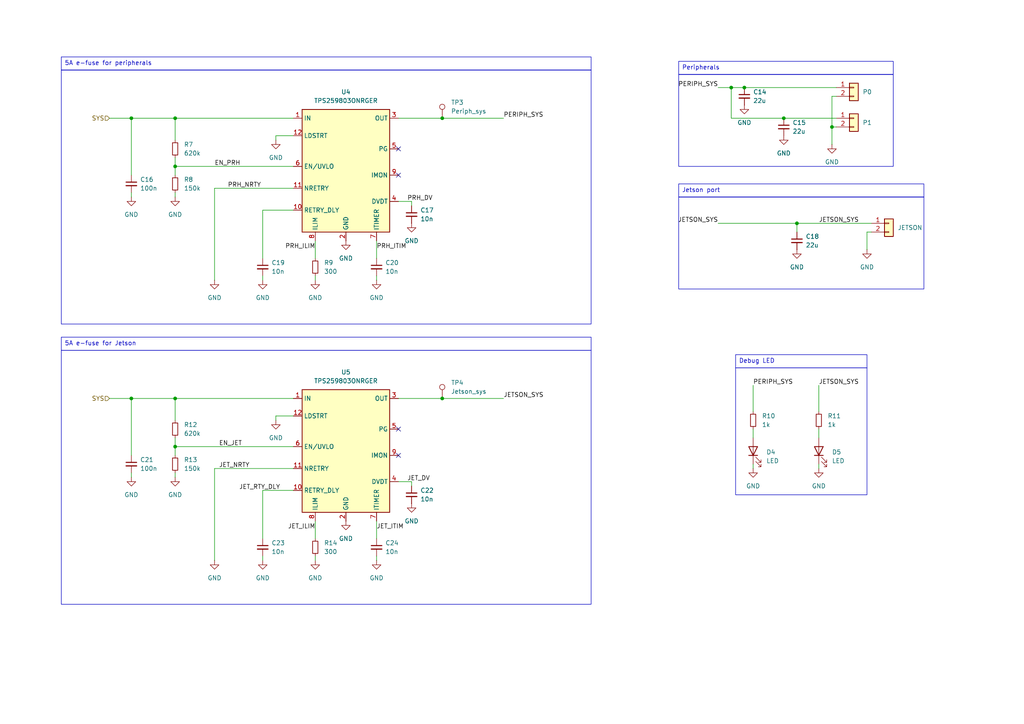
<source format=kicad_sch>
(kicad_sch (version 20231120) (generator "eeschema") (generator_version "8.0")
  (paper "A4")
  (title_block (date "2024-07-12"))
  (lib_symbols
    (symbol "Connector:TestPoint" (pin_numbers hide) (pin_names (offset 0.762) hide)
      (property "Reference" "TP" (at 0 6.858 0))
      (property "Value" "TestPoint" (at 0 5.08 0))
      (symbol "TestPoint_0_1"
        (circle (center 0 3.302) (radius 0.762))
      )
      (symbol "TestPoint_1_1"
        (pin passive line (at 0 0 90) (length 2.54) (name "1") (number "1"))
      )
    )
    (symbol "Connector_Generic:Conn_01x02" (pin_names (offset 1.016) hide)
      (property "Reference" "J" (at 0 2.54 0))
      (property "Value" "Conn_01x02" (at 0 -5.08 0))
      (symbol "Conn_01x02_1_1"
        (rectangle (start -1.27 -2.413) (end 0 -2.667) (stroke (width 0.1524)))
        (rectangle (start -1.27 0.127) (end 0 -0.127) (stroke (width 0.1524)))
        (rectangle (start -1.27 1.27) (end 1.27 -3.81) (stroke (width 0.254)) (fill (type background)))
        (pin passive line (at -5.08 0 0) (length 3.81) (name "Pin_1") (number "1"))
        (pin passive line (at -5.08 -2.54 0) (length 3.81) (name "Pin_2") (number "2"))
      )
    )
    (symbol "Device:C_Small" (pin_numbers hide) (pin_names (offset 0.254) hide)
      (property "Reference" "C" (at 0.254 1.778 0))
      (property "Value" "C_Small" (at 0.254 -2.032 0))
      (symbol "C_Small_0_1"
        (polyline (pts (xy -1.524 -0.508) (xy 1.524 -0.508)) (stroke (width 0.3302)))
        (polyline (pts (xy -1.524 0.508) (xy 1.524 0.508)) (stroke (width 0.3048)))
      )
      (symbol "C_Small_1_1"
        (pin passive line (at 0 2.54 270) (length 2.032) (name "~") (number "1"))
        (pin passive line (at 0 -2.54 90) (length 2.032) (name "~") (number "2"))
      )
    )
    (symbol "Device:LED" (pin_numbers hide) (pin_names (offset 1.016) hide)
      (property "Reference" "D" (at 0 2.54 0))
      (property "Value" "LED" (at 0 -2.54 0))
      (symbol "LED_0_1"
        (polyline (pts (xy -1.27 -1.27) (xy -1.27 1.27)) (stroke (width 0.254)))
        (polyline (pts (xy -1.27 0) (xy 1.27 0)))
        (polyline (pts (xy 1.27 -1.27) (xy 1.27 1.27) (xy -1.27 0) (xy 1.27 -1.27)) (stroke (width 0.254)))
        (polyline (pts (xy -3.048 -0.762) (xy -4.572 -2.286) (xy -3.81 -2.286) (xy -4.572 -2.286) (xy -4.572 -1.524)))
        (polyline (pts (xy -1.778 -0.762) (xy -3.302 -2.286) (xy -2.54 -2.286) (xy -3.302 -2.286) (xy -3.302 -1.524)))
      )
      (symbol "LED_1_1"
        (pin passive line (at -3.81 0 0) (length 2.54) (name "K") (number "1"))
        (pin passive line (at 3.81 0 180) (length 2.54) (name "A") (number "2"))
      )
    )
    (symbol "Device:R_Small" (pin_numbers hide) (pin_names (offset 0.254) hide)
      (property "Reference" "R" (at 0.762 0.508 0))
      (property "Value" "R_Small" (at 0.762 -1.016 0))
      (symbol "R_Small_0_1"
        (rectangle (start -0.762 1.778) (end 0.762 -1.778) (stroke (width 0.2032)))
      )
      (symbol "R_Small_1_1"
        (pin passive line (at 0 2.54 270) (length 0.762) (name "~") (number "1"))
        (pin passive line (at 0 -2.54 90) (length 0.762) (name "~") (number "2"))
      )
    )
    (symbol "TPS259803ONRGER:TPS259803ONRGER"
      (property "Reference" "IC" (at 13.97 22.86 0))
      (property "Value" "TPS259803ONRGER" (at 13.97 20.32 0))
      (symbol "TPS259803ONRGER_1_1"
        (rectangle (start -12.7 17.78) (end 12.7 -17.78) (stroke (width 0.254)) (fill (type background)))
        (pin passive line (at -15.24 15.24 0) (length 2.54) (name "IN") (number "1"))
        (pin passive line (at -15.24 -11.43 0) (length 2.54) (name "RETRY_DLY") (number "10"))
        (pin passive line (at -15.24 -5.08 0) (length 2.54) (name "NRETRY") (number "11"))
        (pin passive line (at -15.24 10.16 0) (length 2.54) (name "LDSTRT") (number "12"))
        (pin passive line (at 0 -20.32 90) (length 2.54) (name "GND") (number "2"))
        (pin passive line (at 15.24 15.24 180) (length 2.54) (name "OUT") (number "3"))
        (pin passive line (at 15.24 -8.89 180) (length 2.54) (name "DVDT") (number "4"))
        (pin passive line (at 15.24 6.35 180) (length 2.54) (name "PG") (number "5"))
        (pin passive line (at -15.24 1.27 0) (length 2.54) (name "EN/UVLO") (number "6"))
        (pin passive line (at 8.89 -20.32 90) (length 2.54) (name "ITIMER") (number "7"))
        (pin passive line (at -8.89 -20.32 90) (length 2.54) (name "ILIM") (number "8"))
        (pin passive line (at 15.24 -1.27 180) (length 2.54) (name "IMON") (number "9"))
      )
    )
    (symbol "power:GND" (power) (pin_numbers hide) (pin_names (offset 0) hide)
      (property "Value" "GND" (at 0 -3.81 0))
      (symbol "GND_0_1"
        (polyline (pts (xy 0 0) (xy 0 -1.27) (xy 1.27 -1.27) (xy 0 -2.54) (xy -1.27 -1.27) (xy 0 -1.27)))
      )
      (symbol "GND_1_1"
        (pin power_in line (at 0 0 270) (length 0) (name "~") (number "1"))
      )
    )
  )
  (junction (at 215.9 25.4))
  (junction (at 128.27 115.57))
  (junction (at 241.3 36.83))
  (junction (at 128.27 34.29))
  (junction (at 212.09 25.4))
  (junction (at 50.8 115.57))
  (junction (at 50.8 48.26))
  (junction (at 227.33 34.29))
  (junction (at 231.14 64.77))
  (junction (at 38.1 34.29))
  (junction (at 50.8 129.54))
  (junction (at 50.8 34.29))
  (junction (at 38.1 115.57))
  (no_connect (at 115.57 124.46))
  (no_connect (at 115.57 132.08))
  (no_connect (at 115.57 50.8))
  (no_connect (at 115.57 43.18))
  (wire (pts (xy 80.01 39.37) (xy 85.09 39.37)))
  (wire (pts (xy 85.09 60.96) (xy 76.2 60.96)))
  (wire (pts (xy 119.38 58.42) (xy 115.57 58.42)))
  (wire (pts (xy 38.1 115.57) (xy 38.1 132.08)))
  (wire (pts (xy 119.38 139.7) (xy 115.57 139.7)))
  (wire (pts (xy 109.22 161.29) (xy 109.22 162.56)))
  (wire (pts (xy 50.8 48.26) (xy 50.8 50.8)))
  (wire (pts (xy 31.75 115.57) (xy 38.1 115.57)))
  (wire (pts (xy 76.2 80.01) (xy 76.2 81.28)))
  (wire (pts (xy 109.22 151.13) (xy 109.22 156.21)))
  (wire (pts (xy 62.23 135.89) (xy 62.23 162.56)))
  (wire (pts (xy 231.14 64.77) (xy 252.73 64.77)))
  (wire (pts (xy 91.44 69.85) (xy 91.44 74.93)))
  (wire (pts (xy 76.2 161.29) (xy 76.2 162.56)))
  (wire (pts (xy 31.75 34.29) (xy 38.1 34.29)))
  (wire (pts (xy 115.57 115.57) (xy 128.27 115.57)))
  (wire (pts (xy 241.3 27.94) (xy 241.3 36.83)))
  (wire (pts (xy 218.44 124.46) (xy 218.44 127)))
  (wire (pts (xy 212.09 34.29) (xy 227.33 34.29)))
  (wire (pts (xy 241.3 36.83) (xy 241.3 41.91)))
  (wire (pts (xy 237.49 134.62) (xy 237.49 135.89)))
  (wire (pts (xy 91.44 161.29) (xy 91.44 162.56)))
  (wire (pts (xy 119.38 59.69) (xy 119.38 58.42)))
  (wire (pts (xy 50.8 45.72) (xy 50.8 48.26)))
  (wire (pts (xy 38.1 137.16) (xy 38.1 138.43)))
  (wire (pts (xy 231.14 64.77) (xy 231.14 67.31)))
  (wire (pts (xy 212.09 34.29) (xy 212.09 25.4)))
  (wire (pts (xy 109.22 69.85) (xy 109.22 74.93)))
  (wire (pts (xy 218.44 111.76) (xy 218.44 119.38)))
  (wire (pts (xy 128.27 115.57) (xy 146.05 115.57)))
  (wire (pts (xy 50.8 115.57) (xy 50.8 121.92)))
  (wire (pts (xy 50.8 48.26) (xy 85.09 48.26)))
  (wire (pts (xy 218.44 134.62) (xy 218.44 135.89)))
  (wire (pts (xy 85.09 142.24) (xy 76.2 142.24)))
  (wire (pts (xy 109.22 80.01) (xy 109.22 81.28)))
  (wire (pts (xy 80.01 121.92) (xy 80.01 120.65)))
  (wire (pts (xy 208.28 64.77) (xy 231.14 64.77)))
  (wire (pts (xy 227.33 34.29) (xy 242.57 34.29)))
  (wire (pts (xy 62.23 54.61) (xy 62.23 81.28)))
  (wire (pts (xy 80.01 39.37) (xy 80.01 40.64)))
  (wire (pts (xy 251.46 72.39) (xy 251.46 67.31)))
  (wire (pts (xy 91.44 151.13) (xy 91.44 156.21)))
  (wire (pts (xy 251.46 67.31) (xy 252.73 67.31)))
  (wire (pts (xy 50.8 55.88) (xy 50.8 57.15)))
  (wire (pts (xy 76.2 60.96) (xy 76.2 74.93)))
  (wire (pts (xy 38.1 34.29) (xy 50.8 34.29)))
  (wire (pts (xy 215.9 25.4) (xy 242.57 25.4)))
  (wire (pts (xy 38.1 34.29) (xy 38.1 50.8)))
  (wire (pts (xy 62.23 135.89) (xy 85.09 135.89)))
  (wire (pts (xy 212.09 25.4) (xy 215.9 25.4)))
  (wire (pts (xy 50.8 34.29) (xy 50.8 40.64)))
  (wire (pts (xy 50.8 129.54) (xy 50.8 132.08)))
  (wire (pts (xy 62.23 54.61) (xy 85.09 54.61)))
  (wire (pts (xy 50.8 34.29) (xy 85.09 34.29)))
  (wire (pts (xy 119.38 140.97) (xy 119.38 139.7)))
  (wire (pts (xy 115.57 34.29) (xy 128.27 34.29)))
  (wire (pts (xy 50.8 115.57) (xy 85.09 115.57)))
  (wire (pts (xy 50.8 137.16) (xy 50.8 138.43)))
  (wire (pts (xy 76.2 142.24) (xy 76.2 156.21)))
  (wire (pts (xy 91.44 80.01) (xy 91.44 81.28)))
  (wire (pts (xy 80.01 120.65) (xy 85.09 120.65)))
  (wire (pts (xy 50.8 129.54) (xy 85.09 129.54)))
  (wire (pts (xy 50.8 127) (xy 50.8 129.54)))
  (wire (pts (xy 208.28 25.4) (xy 212.09 25.4)))
  (wire (pts (xy 242.57 36.83) (xy 241.3 36.83)))
  (wire (pts (xy 237.49 111.76) (xy 237.49 119.38)))
  (wire (pts (xy 38.1 55.88) (xy 38.1 57.15)))
  (wire (pts (xy 242.57 27.94) (xy 241.3 27.94)))
  (wire (pts (xy 128.27 34.29) (xy 146.05 34.29)))
  (wire (pts (xy 237.49 124.46) (xy 237.49 127)))
  (wire (pts (xy 38.1 115.57) (xy 50.8 115.57)))
  (rectangle (start 17.78 101.6) (end 171.45 175.26))
  (rectangle (start 213.36 106.68) (end 251.46 143.51))
  (rectangle (start 196.85 21.59) (end 259.08 48.26))
  (rectangle (start 196.85 57.15) (end 267.97 83.82))
  (rectangle (start 17.78 20.32) (end 171.45 93.98))
  (text_box "5A e-fuse for Jetson" (at 17.78 97.79 0) (size 153.67 3.81) (effects (font (size 1.27 1.27)) (justify left top)))
  (text_box "5A e-fuse for peripherals" (at 17.78 16.51 0) (size 153.67 3.81) (effects (font (size 1.27 1.27)) (justify left top)))
  (text_box "Peripherals" (at 196.85 17.78 0) (size 62.23 3.81) (effects (font (size 1.27 1.27)) (justify left top)))
  (text_box "Debug LED" (at 213.36 102.87 0) (size 38.1 3.81) (effects (font (size 1.27 1.27)) (justify left top)))
  (text_box "Jetson port" (at 196.85 53.34 0) (size 71.12 3.81) (effects (font (size 1.27 1.27)) (justify left top)))
  (label "EN_JET" (at 63.5 129.54 0))
  (label "JETSON_SYS" (at 237.49 111.76 0))
  (label "JET_RTY_DLY" (at 81.28 142.24 180))
  (label "JETSON_SYS" (at 208.28 64.77 180))
  (label "PERIPH_SYS" (at 146.05 34.29 0))
  (label "JETSON_SYS" (at 146.05 115.57 0))
  (label "JET_ILIM" (at 91.44 153.67 180))
  (label "PRH_ILIM" (at 91.44 72.39 180))
  (label "PRH_DV" (at 118.11 58.42 0))
  (label "PERIPH_SYS" (at 218.44 111.76 0))
  (label "PERIPH_SYS" (at 208.28 25.4 180))
  (label "EN_PRH" (at 62.23 48.26 0))
  (label "PRH_ITIM" (at 109.22 72.39 0))
  (label "JET_NRTY" (at 63.5 135.89 0))
  (label "JET_DV" (at 118.11 139.7 0))
  (label "JETSON_SYS" (at 237.49 64.77 0))
  (label "JET_ITIM" (at 109.22 153.67 0))
  (label "PRH_NRTY" (at 66.04 54.61 0))
  (hierarchical_label "SYS" (shape input) (at 31.75 115.57 180))
  (hierarchical_label "SYS" (shape input) (at 31.75 34.29 180))
  (symbol (lib_id "Device:R_Small") (at 50.8 53.34 0) (unit 1)
    (property "Reference" "R8" (at 53.34 52.0699 0) (effects (justify left)))
    (property "Value" "150k" (at 53.34 54.6099 0) (effects (justify left)))
    (property "Footprint" "Resistor_SMD:R_0805_2012Metric" (effects (hide yes)))
    (property "Description" "Resistor, small symbol" (effects (hide yes)))
  )
  (symbol (lib_id "TPS259803ONRGER:TPS259803ONRGER") (at 100.33 130.81 0) (unit 1)
    (property "Reference" "U5" (at 100.33 107.95 0))
    (property "Value" "TPS259803ONRGER" (at 100.33 110.49 0))
    (property "Footprint" "power_board:TPS259803ONRGER" (effects (hide yes)))
    (property "Datasheet" "https://www.ti.com/lit/gpn/TPS25980" (effects (hide yes)))
    (property "Description" "TPS25980 2.7 24 V 8 A 3 m u03A9 Smart eFuse Integrated Hot swap Protection With Adjustable Transient Fault Management" (effects (hide yes)))
    (property "Height" "1" (effects (hide yes)))
    (property "Mouser Part Number" "595-TPS259803ONRGER" (effects (hide yes)))
    (property "Mouser Price/Stock" "https://www.mouser.co.uk/ProductDetail/Texas-Instruments/TPS259803ONRGER?qs=hWgE7mdIu5RnI15clveS5Q%3D%3D" (effects (hide yes)))
    (property "Manufacturer_Name" "Texas Instruments" (effects (hide yes)))
    (property "Manufacturer_Part_Number" "TPS259803ONRGER" (effects (hide yes)))
  )
  (symbol (lib_id "Connector_Generic:Conn_01x02") (at 247.65 34.29 0) (unit 1)
    (property "Reference" "J8" (effects (hide yes)))
    (property "Value" "P1" (at 250.19 35.5599 0) (effects (justify left)))
    (property "Footprint" "TerminalBlock:TerminalBlock_bornier-2_P5.08mm" (effects (hide yes)))
    (property "Description" "Generic connector, single row, 01x02, script generated (kicad-library-utils/schlib/autogen/connector/)" (effects (hide yes)))
  )
  (symbol (lib_id "power:GND") (at 62.23 81.28 0) (unit 1)
    (property "Reference" "#PWR036" (effects (hide yes)))
    (property "Value" "GND" (at 62.23 86.36 0))
    (property "Description" "Power symbol creates a global label with name \"GND\" , ground" (effects (hide yes)))
  )
  (symbol (lib_id "Device:C_Small") (at 215.9 27.94 0) (unit 1)
    (property "Reference" "C14" (at 218.44 26.6762 0) (effects (justify left)))
    (property "Value" "22u" (at 218.44 29.2162 0) (effects (justify left)))
    (property "Footprint" "Capacitor_SMD:C_0805_2012Metric" (effects (hide yes)))
    (property "Description" "Unpolarized capacitor, small symbol" (effects (hide yes)))
  )
  (symbol (lib_id "power:GND") (at 241.3 41.91 0) (unit 1)
    (property "Reference" "#PWR029" (effects (hide yes)))
    (property "Value" "GND" (at 241.3 46.99 0))
    (property "Description" "Power symbol creates a global label with name \"GND\" , ground" (effects (hide yes)))
  )
  (symbol (lib_id "Device:R_Small") (at 218.44 121.92 0) (unit 1)
    (property "Reference" "R10" (at 220.98 120.6499 0) (effects (justify left)))
    (property "Value" "1k" (at 220.98 123.1899 0) (effects (justify left)))
    (property "Footprint" "Resistor_SMD:R_0805_2012Metric" (effects (hide yes)))
    (property "Description" "Resistor, small symbol" (effects (hide yes)))
  )
  (symbol (lib_id "power:GND") (at 119.38 64.77 0) (unit 1)
    (property "Reference" "#PWR032" (effects (hide yes)))
    (property "Value" "GND" (at 119.38 69.85 0))
    (property "Description" "Power symbol creates a global label with name \"GND\" , ground" (effects (hide yes)))
  )
  (symbol (lib_id "Connector_Generic:Conn_01x02") (at 247.65 25.4 0) (unit 1)
    (property "Reference" "J7" (effects (hide yes)))
    (property "Value" "P0" (at 250.19 26.6699 0) (effects (justify left)))
    (property "Footprint" "TerminalBlock:TerminalBlock_bornier-2_P5.08mm" (effects (hide yes)))
    (property "Description" "Generic connector, single row, 01x02, script generated (kicad-library-utils/schlib/autogen/connector/)" (effects (hide yes)))
  )
  (symbol (lib_id "Device:LED") (at 237.49 130.81 90) (unit 1)
    (property "Reference" "D5" (at 241.3 131.1274 90) (effects (justify right)))
    (property "Value" "LED" (at 241.3 133.6674 90) (effects (justify right)))
    (property "Footprint" "LED_SMD:LED_0805_2012Metric" (effects (hide yes)))
    (property "Description" "Light emitting diode" (effects (hide yes)))
  )
  (symbol (lib_id "power:GND") (at 80.01 40.64 0) (unit 1)
    (property "Reference" "#PWR028" (effects (hide yes)))
    (property "Value" "GND" (at 80.01 45.72 0))
    (property "Description" "Power symbol creates a global label with name \"GND\" , ground" (effects (hide yes)))
  )
  (symbol (lib_id "power:GND") (at 80.01 121.92 0) (unit 1)
    (property "Reference" "#PWR040" (effects (hide yes)))
    (property "Value" "GND" (at 80.01 127 0))
    (property "Description" "Power symbol creates a global label with name \"GND\" , ground" (effects (hide yes)))
  )
  (symbol (lib_id "power:GND") (at 100.33 69.85 0) (unit 1)
    (property "Reference" "#PWR033" (effects (hide yes)))
    (property "Value" "GND" (at 100.33 74.93 0))
    (property "Description" "Power symbol creates a global label with name \"GND\" , ground" (effects (hide yes)))
  )
  (symbol (lib_id "Device:C_Small") (at 109.22 158.75 0) (unit 1)
    (property "Reference" "C24" (at 111.76 157.4862 0) (effects (justify left)))
    (property "Value" "10n" (at 111.76 160.0262 0) (effects (justify left)))
    (property "Footprint" "Capacitor_SMD:C_0805_2012Metric" (effects (hide yes)))
    (property "Description" "Unpolarized capacitor, small symbol" (effects (hide yes)))
  )
  (symbol (lib_id "Connector_Generic:Conn_01x02") (at 257.81 64.77 0) (unit 1)
    (property "Reference" "J9" (effects (hide yes)))
    (property "Value" "JETSON" (at 260.35 66.0399 0) (effects (justify left)))
    (property "Footprint" "TerminalBlock:TerminalBlock_bornier-2_P5.08mm" (effects (hide yes)))
    (property "Description" "Generic connector, single row, 01x02, script generated (kicad-library-utils/schlib/autogen/connector/)" (effects (hide yes)))
  )
  (symbol (lib_id "power:GND") (at 109.22 81.28 0) (unit 1)
    (property "Reference" "#PWR039" (effects (hide yes)))
    (property "Value" "GND" (at 109.22 86.36 0))
    (property "Description" "Power symbol creates a global label with name \"GND\" , ground" (effects (hide yes)))
  )
  (symbol (lib_id "Device:R_Small") (at 237.49 121.92 0) (unit 1)
    (property "Reference" "R11" (at 240.03 120.6499 0) (effects (justify left)))
    (property "Value" "1k" (at 240.03 123.1899 0) (effects (justify left)))
    (property "Footprint" "Resistor_SMD:R_0805_2012Metric" (effects (hide yes)))
    (property "Description" "Resistor, small symbol" (effects (hide yes)))
  )
  (symbol (lib_id "Connector:TestPoint") (at 128.27 34.29 0) (unit 1)
    (property "Reference" "TP3" (at 130.81 29.7179 0) (effects (justify left)))
    (property "Value" "Periph_sys" (at 130.81 32.2579 0) (effects (justify left)))
    (property "Footprint" "TestPoint:TestPoint_Pad_D1.0mm" (effects (hide yes)))
    (property "Description" "test point" (effects (hide yes)))
  )
  (symbol (lib_id "Device:LED") (at 218.44 130.81 90) (unit 1)
    (property "Reference" "D4" (at 222.25 131.1274 90) (effects (justify right)))
    (property "Value" "LED" (at 222.25 133.6674 90) (effects (justify right)))
    (property "Footprint" "LED_SMD:LED_0805_2012Metric" (effects (hide yes)))
    (property "Description" "Light emitting diode" (effects (hide yes)))
  )
  (symbol (lib_id "Device:C_Small") (at 38.1 53.34 0) (unit 1)
    (property "Reference" "C16" (at 40.64 52.0762 0) (effects (justify left)))
    (property "Value" "100n" (at 40.64 54.6162 0) (effects (justify left)))
    (property "Footprint" "Capacitor_SMD:C_0805_2012Metric" (effects (hide yes)))
    (property "Description" "Unpolarized capacitor, small symbol" (effects (hide yes)))
  )
  (symbol (lib_id "power:GND") (at 91.44 81.28 0) (unit 1)
    (property "Reference" "#PWR038" (effects (hide yes)))
    (property "Value" "GND" (at 91.44 86.36 0))
    (property "Description" "Power symbol creates a global label with name \"GND\" , ground" (effects (hide yes)))
  )
  (symbol (lib_id "power:GND") (at 218.44 135.89 0) (unit 1)
    (property "Reference" "#PWR041" (effects (hide yes)))
    (property "Value" "GND" (at 218.44 140.97 0))
    (property "Description" "Power symbol creates a global label with name \"GND\" , ground" (effects (hide yes)))
  )
  (symbol (lib_id "Device:R_Small") (at 50.8 43.18 0) (unit 1)
    (property "Reference" "R7" (at 53.34 41.9099 0) (effects (justify left)))
    (property "Value" "620k" (at 53.34 44.4499 0) (effects (justify left)))
    (property "Footprint" "Resistor_SMD:R_0805_2012Metric" (effects (hide yes)))
    (property "Description" "Resistor, small symbol" (effects (hide yes)))
  )
  (symbol (lib_id "Device:C_Small") (at 109.22 77.47 0) (unit 1)
    (property "Reference" "C20" (at 111.76 76.2062 0) (effects (justify left)))
    (property "Value" "10n" (at 111.76 78.7462 0) (effects (justify left)))
    (property "Footprint" "Capacitor_SMD:C_0805_2012Metric" (effects (hide yes)))
    (property "Description" "Unpolarized capacitor, small symbol" (effects (hide yes)))
  )
  (symbol (lib_id "power:GND") (at 215.9 30.48 0) (unit 1)
    (property "Reference" "#PWR026" (effects (hide yes)))
    (property "Value" "GND" (at 215.9 35.56 0))
    (property "Description" "Power symbol creates a global label with name \"GND\" , ground" (effects (hide yes)))
  )
  (symbol (lib_id "power:GND") (at 50.8 57.15 0) (unit 1)
    (property "Reference" "#PWR031" (effects (hide yes)))
    (property "Value" "GND" (at 50.8 62.23 0))
    (property "Description" "Power symbol creates a global label with name \"GND\" , ground" (effects (hide yes)))
  )
  (symbol (lib_id "Device:C_Small") (at 76.2 158.75 0) (unit 1)
    (property "Reference" "C23" (at 78.74 157.4862 0) (effects (justify left)))
    (property "Value" "10n" (at 78.74 160.0262 0) (effects (justify left)))
    (property "Footprint" "Capacitor_SMD:C_0805_2012Metric" (effects (hide yes)))
    (property "Description" "Unpolarized capacitor, small symbol" (effects (hide yes)))
  )
  (symbol (lib_id "Device:C_Small") (at 38.1 134.62 0) (unit 1)
    (property "Reference" "C21" (at 40.64 133.3562 0) (effects (justify left)))
    (property "Value" "100n" (at 40.64 135.8962 0) (effects (justify left)))
    (property "Footprint" "Capacitor_SMD:C_0805_2012Metric" (effects (hide yes)))
    (property "Description" "Unpolarized capacitor, small symbol" (effects (hide yes)))
  )
  (symbol (lib_id "power:GND") (at 109.22 162.56 0) (unit 1)
    (property "Reference" "#PWR050" (effects (hide yes)))
    (property "Value" "GND" (at 109.22 167.64 0))
    (property "Description" "Power symbol creates a global label with name \"GND\" , ground" (effects (hide yes)))
  )
  (symbol (lib_id "Device:R_Small") (at 50.8 134.62 0) (unit 1)
    (property "Reference" "R13" (at 53.34 133.3499 0) (effects (justify left)))
    (property "Value" "150k" (at 53.34 135.8899 0) (effects (justify left)))
    (property "Footprint" "Resistor_SMD:R_0805_2012Metric" (effects (hide yes)))
    (property "Description" "Resistor, small symbol" (effects (hide yes)))
  )
  (symbol (lib_id "Device:C_Small") (at 231.14 69.85 0) (unit 1)
    (property "Reference" "C18" (at 233.68 68.5862 0) (effects (justify left)))
    (property "Value" "22u" (at 233.68 71.1262 0) (effects (justify left)))
    (property "Footprint" "Capacitor_SMD:C_0805_2012Metric" (effects (hide yes)))
    (property "Description" "Unpolarized capacitor, small symbol" (effects (hide yes)))
  )
  (symbol (lib_id "power:GND") (at 91.44 162.56 0) (unit 1)
    (property "Reference" "#PWR049" (effects (hide yes)))
    (property "Value" "GND" (at 91.44 167.64 0))
    (property "Description" "Power symbol creates a global label with name \"GND\" , ground" (effects (hide yes)))
  )
  (symbol (lib_id "power:GND") (at 50.8 138.43 0) (unit 1)
    (property "Reference" "#PWR044" (effects (hide yes)))
    (property "Value" "GND" (at 50.8 143.51 0))
    (property "Description" "Power symbol creates a global label with name \"GND\" , ground" (effects (hide yes)))
  )
  (symbol (lib_id "TPS259803ONRGER:TPS259803ONRGER") (at 100.33 49.53 0) (unit 1)
    (property "Reference" "U4" (at 100.33 26.67 0))
    (property "Value" "TPS259803ONRGER" (at 100.33 29.21 0))
    (property "Footprint" "power_board:TPS259803ONRGER" (effects (hide yes)))
    (property "Datasheet" "https://www.ti.com/lit/gpn/TPS25980" (effects (hide yes)))
    (property "Description" "TPS25980 2.7 24 V 8 A 3 m u03A9 Smart eFuse Integrated Hot swap Protection With Adjustable Transient Fault Management" (effects (hide yes)))
    (property "Height" "1" (effects (hide yes)))
    (property "Mouser Part Number" "595-TPS259803ONRGER" (effects (hide yes)))
    (property "Mouser Price/Stock" "https://www.mouser.co.uk/ProductDetail/Texas-Instruments/TPS259803ONRGER?qs=hWgE7mdIu5RnI15clveS5Q%3D%3D" (effects (hide yes)))
    (property "Manufacturer_Name" "Texas Instruments" (effects (hide yes)))
    (property "Manufacturer_Part_Number" "TPS259803ONRGER" (effects (hide yes)))
  )
  (symbol (lib_id "power:GND") (at 62.23 162.56 0) (unit 1)
    (property "Reference" "#PWR047" (effects (hide yes)))
    (property "Value" "GND" (at 62.23 167.64 0))
    (property "Description" "Power symbol creates a global label with name \"GND\" , ground" (effects (hide yes)))
  )
  (symbol (lib_id "power:GND") (at 38.1 138.43 0) (unit 1)
    (property "Reference" "#PWR043" (effects (hide yes)))
    (property "Value" "GND" (at 38.1 143.51 0))
    (property "Description" "Power symbol creates a global label with name \"GND\" , ground" (effects (hide yes)))
  )
  (symbol (lib_id "Device:R_Small") (at 91.44 77.47 0) (unit 1)
    (property "Reference" "R9" (at 93.98 76.1999 0) (effects (justify left)))
    (property "Value" "300" (at 93.98 78.7399 0) (effects (justify left)))
    (property "Footprint" "Resistor_SMD:R_0805_2012Metric" (effects (hide yes)))
    (property "Description" "Resistor, small symbol" (effects (hide yes)))
  )
  (symbol (lib_id "Device:R_Small") (at 50.8 124.46 0) (unit 1)
    (property "Reference" "R12" (at 53.34 123.1899 0) (effects (justify left)))
    (property "Value" "620k" (at 53.34 125.7299 0) (effects (justify left)))
    (property "Footprint" "Resistor_SMD:R_0805_2012Metric" (effects (hide yes)))
    (property "Description" "Resistor, small symbol" (effects (hide yes)))
  )
  (symbol (lib_id "power:GND") (at 76.2 162.56 0) (unit 1)
    (property "Reference" "#PWR048" (effects (hide yes)))
    (property "Value" "GND" (at 76.2 167.64 0))
    (property "Description" "Power symbol creates a global label with name \"GND\" , ground" (effects (hide yes)))
  )
  (symbol (lib_id "power:GND") (at 251.46 72.39 0) (unit 1)
    (property "Reference" "#PWR035" (effects (hide yes)))
    (property "Value" "GND" (at 251.46 77.47 0))
    (property "Description" "Power symbol creates a global label with name \"GND\" , ground" (effects (hide yes)))
  )
  (symbol (lib_id "Device:C_Small") (at 119.38 143.51 0) (unit 1)
    (property "Reference" "C22" (at 121.92 142.2462 0) (effects (justify left)))
    (property "Value" "10n" (at 121.92 144.7862 0) (effects (justify left)))
    (property "Footprint" "Capacitor_SMD:C_0805_2012Metric" (effects (hide yes)))
    (property "Description" "Unpolarized capacitor, small symbol" (effects (hide yes)))
  )
  (symbol (lib_id "Connector:TestPoint") (at 128.27 115.57 0) (unit 1)
    (property "Reference" "TP4" (at 130.81 110.9979 0) (effects (justify left)))
    (property "Value" "Jetson_sys" (at 130.81 113.5379 0) (effects (justify left)))
    (property "Footprint" "TestPoint:TestPoint_Pad_D1.0mm" (effects (hide yes)))
    (property "Description" "test point" (effects (hide yes)))
  )
  (symbol (lib_id "Device:C_Small") (at 119.38 62.23 0) (unit 1)
    (property "Reference" "C17" (at 121.92 60.9662 0) (effects (justify left)))
    (property "Value" "10n" (at 121.92 63.5062 0) (effects (justify left)))
    (property "Footprint" "Capacitor_SMD:C_0805_2012Metric" (effects (hide yes)))
    (property "Description" "Unpolarized capacitor, small symbol" (effects (hide yes)))
  )
  (symbol (lib_id "power:GND") (at 38.1 57.15 0) (unit 1)
    (property "Reference" "#PWR030" (effects (hide yes)))
    (property "Value" "GND" (at 38.1 62.23 0))
    (property "Description" "Power symbol creates a global label with name \"GND\" , ground" (effects (hide yes)))
  )
  (symbol (lib_id "power:GND") (at 100.33 151.13 0) (unit 1)
    (property "Reference" "#PWR046" (effects (hide yes)))
    (property "Value" "GND" (at 100.33 156.21 0))
    (property "Description" "Power symbol creates a global label with name \"GND\" , ground" (effects (hide yes)))
  )
  (symbol (lib_id "Device:R_Small") (at 91.44 158.75 0) (unit 1)
    (property "Reference" "R14" (at 93.98 157.4799 0) (effects (justify left)))
    (property "Value" "300" (at 93.98 160.0199 0) (effects (justify left)))
    (property "Footprint" "Resistor_SMD:R_0805_2012Metric" (effects (hide yes)))
    (property "Description" "Resistor, small symbol" (effects (hide yes)))
  )
  (symbol (lib_id "power:GND") (at 237.49 135.89 0) (unit 1)
    (property "Reference" "#PWR042" (effects (hide yes)))
    (property "Value" "GND" (at 237.49 140.97 0))
    (property "Description" "Power symbol creates a global label with name \"GND\" , ground" (effects (hide yes)))
  )
  (symbol (lib_id "power:GND") (at 227.33 39.37 0) (unit 1)
    (property "Reference" "#PWR027" (effects (hide yes)))
    (property "Value" "GND" (at 227.33 44.45 0))
    (property "Description" "Power symbol creates a global label with name \"GND\" , ground" (effects (hide yes)))
  )
  (symbol (lib_id "Device:C_Small") (at 76.2 77.47 0) (unit 1)
    (property "Reference" "C19" (at 78.74 76.2062 0) (effects (justify left)))
    (property "Value" "10n" (at 78.74 78.7462 0) (effects (justify left)))
    (property "Footprint" "Capacitor_SMD:C_0805_2012Metric" (effects (hide yes)))
    (property "Description" "Unpolarized capacitor, small symbol" (effects (hide yes)))
  )
  (symbol (lib_id "power:GND") (at 231.14 72.39 0) (unit 1)
    (property "Reference" "#PWR034" (effects (hide yes)))
    (property "Value" "GND" (at 231.14 77.47 0))
    (property "Description" "Power symbol creates a global label with name \"GND\" , ground" (effects (hide yes)))
  )
  (symbol (lib_id "power:GND") (at 76.2 81.28 0) (unit 1)
    (property "Reference" "#PWR037" (effects (hide yes)))
    (property "Value" "GND" (at 76.2 86.36 0))
    (property "Description" "Power symbol creates a global label with name \"GND\" , ground" (effects (hide yes)))
  )
  (symbol (lib_id "power:GND") (at 119.38 146.05 0) (unit 1)
    (property "Reference" "#PWR045" (effects (hide yes)))
    (property "Value" "GND" (at 119.38 151.13 0))
    (property "Description" "Power symbol creates a global label with name \"GND\" , ground" (effects (hide yes)))
  )
  (symbol (lib_id "Device:C_Small") (at 227.33 36.83 0) (unit 1)
    (property "Reference" "C15" (at 229.87 35.5662 0) (effects (justify left)))
    (property "Value" "22u" (at 229.87 38.1062 0) (effects (justify left)))
    (property "Footprint" "Capacitor_SMD:C_0805_2012Metric" (effects (hide yes)))
    (property "Description" "Unpolarized capacitor, small symbol" (effects (hide yes)))
  )
)
</source>
